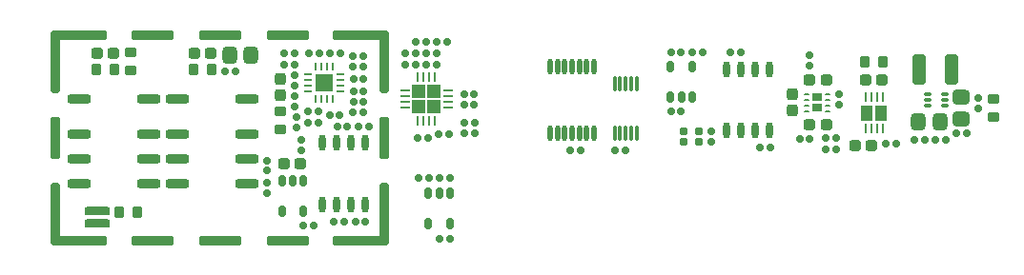
<source format=gtp>
G04*
G04 #@! TF.GenerationSoftware,Altium Limited,Altium Designer,23.10.1 (27)*
G04*
G04 Layer_Color=8421504*
%FSAX25Y25*%
%MOIN*%
G70*
G04*
G04 #@! TF.SameCoordinates,DD09C1F2-BA3A-4F81-A9C7-6BB9A0416EC0*
G04*
G04*
G04 #@! TF.FilePolarity,Positive*
G04*
G01*
G75*
%ADD19R,0.03543X0.02756*%
%ADD20R,0.04528X0.04528*%
%ADD21R,0.04331X0.05512*%
%ADD22R,0.04331X0.05512*%
G04:AMPARAMS|DCode=23|XSize=31.5mil|YSize=81.1mil|CornerRadius=7.87mil|HoleSize=0mil|Usage=FLASHONLY|Rotation=270.000|XOffset=0mil|YOffset=0mil|HoleType=Round|Shape=RoundedRectangle|*
%AMROUNDEDRECTD23*
21,1,0.03150,0.06535,0,0,270.0*
21,1,0.01575,0.08110,0,0,270.0*
1,1,0.01575,-0.03268,-0.00787*
1,1,0.01575,-0.03268,0.00787*
1,1,0.01575,0.03268,0.00787*
1,1,0.01575,0.03268,-0.00787*
%
%ADD23ROUNDEDRECTD23*%
G04:AMPARAMS|DCode=24|XSize=9.84mil|YSize=19.68mil|CornerRadius=2.46mil|HoleSize=0mil|Usage=FLASHONLY|Rotation=90.000|XOffset=0mil|YOffset=0mil|HoleType=Round|Shape=RoundedRectangle|*
%AMROUNDEDRECTD24*
21,1,0.00984,0.01476,0,0,90.0*
21,1,0.00492,0.01968,0,0,90.0*
1,1,0.00492,0.00738,0.00246*
1,1,0.00492,0.00738,-0.00246*
1,1,0.00492,-0.00738,-0.00246*
1,1,0.00492,-0.00738,0.00246*
%
%ADD24ROUNDEDRECTD24*%
%ADD25O,0.00984X0.03347*%
%ADD26O,0.03347X0.00984*%
%ADD27O,0.03150X0.00984*%
%ADD28O,0.00984X0.03150*%
G04:AMPARAMS|DCode=29|XSize=58.27mil|YSize=58.27mil|CornerRadius=0mil|HoleSize=0mil|Usage=FLASHONLY|Rotation=0.000|XOffset=0mil|YOffset=0mil|HoleType=Round|Shape=RoundedRectangle|*
%AMROUNDEDRECTD29*
21,1,0.05827,0.05827,0,0,0.0*
21,1,0.05827,0.05827,0,0,0.0*
1,1,0.00000,0.02913,-0.02913*
1,1,0.00000,-0.02913,-0.02913*
1,1,0.00000,-0.02913,0.02913*
1,1,0.00000,0.02913,0.02913*
%
%ADD29ROUNDEDRECTD29*%
G04:AMPARAMS|DCode=30|XSize=11.81mil|YSize=26.38mil|CornerRadius=2.95mil|HoleSize=0mil|Usage=FLASHONLY|Rotation=270.000|XOffset=0mil|YOffset=0mil|HoleType=Round|Shape=RoundedRectangle|*
%AMROUNDEDRECTD30*
21,1,0.01181,0.02047,0,0,270.0*
21,1,0.00591,0.02638,0,0,270.0*
1,1,0.00591,-0.01024,-0.00295*
1,1,0.00591,-0.01024,0.00295*
1,1,0.00591,0.01024,0.00295*
1,1,0.00591,0.01024,-0.00295*
%
%ADD30ROUNDEDRECTD30*%
%ADD31O,0.02362X0.05709*%
G04:AMPARAMS|DCode=32|XSize=31.5mil|YSize=149.61mil|CornerRadius=7.87mil|HoleSize=0mil|Usage=FLASHONLY|Rotation=180.000|XOffset=0mil|YOffset=0mil|HoleType=Round|Shape=RoundedRectangle|*
%AMROUNDEDRECTD32*
21,1,0.03150,0.13386,0,0,180.0*
21,1,0.01575,0.14961,0,0,180.0*
1,1,0.01575,-0.00787,0.06693*
1,1,0.01575,0.00787,0.06693*
1,1,0.01575,0.00787,-0.06693*
1,1,0.01575,-0.00787,-0.06693*
%
%ADD32ROUNDEDRECTD32*%
G04:AMPARAMS|DCode=33|XSize=31.5mil|YSize=149.61mil|CornerRadius=7.87mil|HoleSize=0mil|Usage=FLASHONLY|Rotation=270.000|XOffset=0mil|YOffset=0mil|HoleType=Round|Shape=RoundedRectangle|*
%AMROUNDEDRECTD33*
21,1,0.03150,0.13386,0,0,270.0*
21,1,0.01575,0.14961,0,0,270.0*
1,1,0.01575,-0.06693,-0.00787*
1,1,0.01575,-0.06693,0.00787*
1,1,0.01575,0.06693,0.00787*
1,1,0.01575,0.06693,-0.00787*
%
%ADD33ROUNDEDRECTD33*%
G04:AMPARAMS|DCode=34|XSize=31.5mil|YSize=218.5mil|CornerRadius=7.87mil|HoleSize=0mil|Usage=FLASHONLY|Rotation=180.000|XOffset=0mil|YOffset=0mil|HoleType=Round|Shape=RoundedRectangle|*
%AMROUNDEDRECTD34*
21,1,0.03150,0.20276,0,0,180.0*
21,1,0.01575,0.21850,0,0,180.0*
1,1,0.01575,-0.00787,0.10138*
1,1,0.01575,0.00787,0.10138*
1,1,0.01575,0.00787,-0.10138*
1,1,0.01575,-0.00787,-0.10138*
%
%ADD34ROUNDEDRECTD34*%
G04:AMPARAMS|DCode=35|XSize=31.5mil|YSize=196.06mil|CornerRadius=7.87mil|HoleSize=0mil|Usage=FLASHONLY|Rotation=270.000|XOffset=0mil|YOffset=0mil|HoleType=Round|Shape=RoundedRectangle|*
%AMROUNDEDRECTD35*
21,1,0.03150,0.18032,0,0,270.0*
21,1,0.01575,0.19606,0,0,270.0*
1,1,0.01575,-0.09016,-0.00787*
1,1,0.01575,-0.09016,0.00787*
1,1,0.01575,0.09016,0.00787*
1,1,0.01575,0.09016,-0.00787*
%
%ADD35ROUNDEDRECTD35*%
%ADD36O,0.01772X0.05512*%
%ADD37O,0.01378X0.05512*%
G04:AMPARAMS|DCode=38|XSize=23.62mil|YSize=39.37mil|CornerRadius=5.91mil|HoleSize=0mil|Usage=FLASHONLY|Rotation=180.000|XOffset=0mil|YOffset=0mil|HoleType=Round|Shape=RoundedRectangle|*
%AMROUNDEDRECTD38*
21,1,0.02362,0.02756,0,0,180.0*
21,1,0.01181,0.03937,0,0,180.0*
1,1,0.01181,-0.00591,0.01378*
1,1,0.01181,0.00591,0.01378*
1,1,0.01181,0.00591,-0.01378*
1,1,0.01181,-0.00591,-0.01378*
%
%ADD38ROUNDEDRECTD38*%
G04:AMPARAMS|DCode=39|XSize=25.2mil|YSize=27.56mil|CornerRadius=6.3mil|HoleSize=0mil|Usage=FLASHONLY|Rotation=90.000|XOffset=0mil|YOffset=0mil|HoleType=Round|Shape=RoundedRectangle|*
%AMROUNDEDRECTD39*
21,1,0.02520,0.01496,0,0,90.0*
21,1,0.01260,0.02756,0,0,90.0*
1,1,0.01260,0.00748,0.00630*
1,1,0.01260,0.00748,-0.00630*
1,1,0.01260,-0.00748,-0.00630*
1,1,0.01260,-0.00748,0.00630*
%
%ADD39ROUNDEDRECTD39*%
G04:AMPARAMS|DCode=40|XSize=88.58mil|YSize=30mil|CornerRadius=7.5mil|HoleSize=0mil|Usage=FLASHONLY|Rotation=180.000|XOffset=0mil|YOffset=0mil|HoleType=Round|Shape=RoundedRectangle|*
%AMROUNDEDRECTD40*
21,1,0.08858,0.01500,0,0,180.0*
21,1,0.07358,0.03000,0,0,180.0*
1,1,0.01500,-0.03679,0.00750*
1,1,0.01500,0.03679,0.00750*
1,1,0.01500,0.03679,-0.00750*
1,1,0.01500,-0.03679,-0.00750*
%
%ADD40ROUNDEDRECTD40*%
G04:AMPARAMS|DCode=41|XSize=23.62mil|YSize=23.62mil|CornerRadius=5.91mil|HoleSize=0mil|Usage=FLASHONLY|Rotation=0.000|XOffset=0mil|YOffset=0mil|HoleType=Round|Shape=RoundedRectangle|*
%AMROUNDEDRECTD41*
21,1,0.02362,0.01181,0,0,0.0*
21,1,0.01181,0.02362,0,0,0.0*
1,1,0.01181,0.00591,-0.00591*
1,1,0.01181,-0.00591,-0.00591*
1,1,0.01181,-0.00591,0.00591*
1,1,0.01181,0.00591,0.00591*
%
%ADD41ROUNDEDRECTD41*%
G04:AMPARAMS|DCode=42|XSize=107.09mil|YSize=48.42mil|CornerRadius=12.11mil|HoleSize=0mil|Usage=FLASHONLY|Rotation=270.000|XOffset=0mil|YOffset=0mil|HoleType=Round|Shape=RoundedRectangle|*
%AMROUNDEDRECTD42*
21,1,0.10709,0.02421,0,0,270.0*
21,1,0.08287,0.04842,0,0,270.0*
1,1,0.02421,-0.01211,-0.04144*
1,1,0.02421,-0.01211,0.04144*
1,1,0.02421,0.01211,0.04144*
1,1,0.02421,0.01211,-0.04144*
%
%ADD42ROUNDEDRECTD42*%
G04:AMPARAMS|DCode=43|XSize=59.06mil|YSize=51.18mil|CornerRadius=12.8mil|HoleSize=0mil|Usage=FLASHONLY|Rotation=270.000|XOffset=0mil|YOffset=0mil|HoleType=Round|Shape=RoundedRectangle|*
%AMROUNDEDRECTD43*
21,1,0.05906,0.02559,0,0,270.0*
21,1,0.03347,0.05118,0,0,270.0*
1,1,0.02559,-0.01280,-0.01673*
1,1,0.02559,-0.01280,0.01673*
1,1,0.02559,0.01280,0.01673*
1,1,0.02559,0.01280,-0.01673*
%
%ADD43ROUNDEDRECTD43*%
G04:AMPARAMS|DCode=44|XSize=9.84mil|YSize=35.43mil|CornerRadius=2.46mil|HoleSize=0mil|Usage=FLASHONLY|Rotation=180.000|XOffset=0mil|YOffset=0mil|HoleType=Round|Shape=RoundedRectangle|*
%AMROUNDEDRECTD44*
21,1,0.00984,0.03051,0,0,180.0*
21,1,0.00492,0.03543,0,0,180.0*
1,1,0.00492,-0.00246,0.01526*
1,1,0.00492,0.00246,0.01526*
1,1,0.00492,0.00246,-0.01526*
1,1,0.00492,-0.00246,-0.01526*
%
%ADD44ROUNDEDRECTD44*%
G04:AMPARAMS|DCode=45|XSize=37.4mil|YSize=41.34mil|CornerRadius=9.35mil|HoleSize=0mil|Usage=FLASHONLY|Rotation=270.000|XOffset=0mil|YOffset=0mil|HoleType=Round|Shape=RoundedRectangle|*
%AMROUNDEDRECTD45*
21,1,0.03740,0.02264,0,0,270.0*
21,1,0.01870,0.04134,0,0,270.0*
1,1,0.01870,-0.01132,-0.00935*
1,1,0.01870,-0.01132,0.00935*
1,1,0.01870,0.01132,0.00935*
1,1,0.01870,0.01132,-0.00935*
%
%ADD45ROUNDEDRECTD45*%
G04:AMPARAMS|DCode=46|XSize=25.2mil|YSize=25.2mil|CornerRadius=6.3mil|HoleSize=0mil|Usage=FLASHONLY|Rotation=180.000|XOffset=0mil|YOffset=0mil|HoleType=Round|Shape=RoundedRectangle|*
%AMROUNDEDRECTD46*
21,1,0.02520,0.01260,0,0,180.0*
21,1,0.01260,0.02520,0,0,180.0*
1,1,0.01260,-0.00630,0.00630*
1,1,0.01260,0.00630,0.00630*
1,1,0.01260,0.00630,-0.00630*
1,1,0.01260,-0.00630,-0.00630*
%
%ADD46ROUNDEDRECTD46*%
G04:AMPARAMS|DCode=47|XSize=25.2mil|YSize=25.2mil|CornerRadius=6.3mil|HoleSize=0mil|Usage=FLASHONLY|Rotation=270.000|XOffset=0mil|YOffset=0mil|HoleType=Round|Shape=RoundedRectangle|*
%AMROUNDEDRECTD47*
21,1,0.02520,0.01260,0,0,270.0*
21,1,0.01260,0.02520,0,0,270.0*
1,1,0.01260,-0.00630,-0.00630*
1,1,0.01260,-0.00630,0.00630*
1,1,0.01260,0.00630,0.00630*
1,1,0.01260,0.00630,-0.00630*
%
%ADD47ROUNDEDRECTD47*%
G04:AMPARAMS|DCode=48|XSize=37.4mil|YSize=41.34mil|CornerRadius=9.35mil|HoleSize=0mil|Usage=FLASHONLY|Rotation=0.000|XOffset=0mil|YOffset=0mil|HoleType=Round|Shape=RoundedRectangle|*
%AMROUNDEDRECTD48*
21,1,0.03740,0.02264,0,0,0.0*
21,1,0.01870,0.04134,0,0,0.0*
1,1,0.01870,0.00935,-0.01132*
1,1,0.01870,-0.00935,-0.01132*
1,1,0.01870,-0.00935,0.01132*
1,1,0.01870,0.00935,0.01132*
%
%ADD48ROUNDEDRECTD48*%
G04:AMPARAMS|DCode=49|XSize=39.37mil|YSize=35.43mil|CornerRadius=8.86mil|HoleSize=0mil|Usage=FLASHONLY|Rotation=270.000|XOffset=0mil|YOffset=0mil|HoleType=Round|Shape=RoundedRectangle|*
%AMROUNDEDRECTD49*
21,1,0.03937,0.01772,0,0,270.0*
21,1,0.02165,0.03543,0,0,270.0*
1,1,0.01772,-0.00886,-0.01083*
1,1,0.01772,-0.00886,0.01083*
1,1,0.01772,0.00886,0.01083*
1,1,0.01772,0.00886,-0.01083*
%
%ADD49ROUNDEDRECTD49*%
G04:AMPARAMS|DCode=50|XSize=23.62mil|YSize=23.62mil|CornerRadius=5.91mil|HoleSize=0mil|Usage=FLASHONLY|Rotation=270.000|XOffset=0mil|YOffset=0mil|HoleType=Round|Shape=RoundedRectangle|*
%AMROUNDEDRECTD50*
21,1,0.02362,0.01181,0,0,270.0*
21,1,0.01181,0.02362,0,0,270.0*
1,1,0.01181,-0.00591,-0.00591*
1,1,0.01181,-0.00591,0.00591*
1,1,0.01181,0.00591,0.00591*
1,1,0.01181,0.00591,-0.00591*
%
%ADD50ROUNDEDRECTD50*%
G04:AMPARAMS|DCode=51|XSize=59.06mil|YSize=51.18mil|CornerRadius=12.8mil|HoleSize=0mil|Usage=FLASHONLY|Rotation=180.000|XOffset=0mil|YOffset=0mil|HoleType=Round|Shape=RoundedRectangle|*
%AMROUNDEDRECTD51*
21,1,0.05906,0.02559,0,0,180.0*
21,1,0.03347,0.05118,0,0,180.0*
1,1,0.02559,-0.01673,0.01280*
1,1,0.02559,0.01673,0.01280*
1,1,0.02559,0.01673,-0.01280*
1,1,0.02559,-0.01673,-0.01280*
%
%ADD51ROUNDEDRECTD51*%
G04:AMPARAMS|DCode=52|XSize=39.37mil|YSize=35.43mil|CornerRadius=8.86mil|HoleSize=0mil|Usage=FLASHONLY|Rotation=0.000|XOffset=0mil|YOffset=0mil|HoleType=Round|Shape=RoundedRectangle|*
%AMROUNDEDRECTD52*
21,1,0.03937,0.01772,0,0,0.0*
21,1,0.02165,0.03543,0,0,0.0*
1,1,0.01772,0.01083,-0.00886*
1,1,0.01772,-0.01083,-0.00886*
1,1,0.01772,-0.01083,0.00886*
1,1,0.01772,0.01083,0.00886*
%
%ADD52ROUNDEDRECTD52*%
D19*
X0322994Y0057581D02*
D03*
Y0054037D02*
D03*
D20*
X0183859Y0054331D02*
D03*
Y0059646D02*
D03*
X0189173D02*
D03*
Y0054331D02*
D03*
D21*
X0345571Y0052165D02*
D03*
D22*
X0340453Y0052165D02*
D03*
D23*
X0089331Y0044587D02*
D03*
X0065158D02*
D03*
Y0057185D02*
D03*
X0089331D02*
D03*
X0065158Y0035925D02*
D03*
X0089331D02*
D03*
Y0027264D02*
D03*
X0065158D02*
D03*
X0099429Y0027264D02*
D03*
X0123602D02*
D03*
Y0035925D02*
D03*
X0099429D02*
D03*
X0123602Y0057185D02*
D03*
X0099429D02*
D03*
Y0044587D02*
D03*
X0123602D02*
D03*
D24*
X0326734Y0052856D02*
D03*
Y0054825D02*
D03*
Y0056793D02*
D03*
Y0058762D02*
D03*
X0319254Y0052856D02*
D03*
Y0054825D02*
D03*
Y0056793D02*
D03*
Y0058762D02*
D03*
D25*
X0185531Y0064567D02*
D03*
X0183563D02*
D03*
X0189469Y0049409D02*
D03*
X0187500D02*
D03*
X0185531D02*
D03*
X0183563D02*
D03*
X0187500Y0064567D02*
D03*
X0189469D02*
D03*
D26*
X0194095Y0059941D02*
D03*
Y0057972D02*
D03*
Y0056004D02*
D03*
Y0054035D02*
D03*
X0178937D02*
D03*
Y0056004D02*
D03*
Y0057972D02*
D03*
Y0059941D02*
D03*
D27*
X0156398Y0059842D02*
D03*
X0144980Y0061811D02*
D03*
X0156398Y0063779D02*
D03*
X0144980Y0059842D02*
D03*
Y0063779D02*
D03*
X0156398Y0065748D02*
D03*
Y0061811D02*
D03*
X0144980Y0065748D02*
D03*
D28*
X0153642Y0068504D02*
D03*
X0147736D02*
D03*
X0151673D02*
D03*
Y0057087D02*
D03*
X0149705Y0068504D02*
D03*
X0153642Y0057087D02*
D03*
X0149705D02*
D03*
X0147736D02*
D03*
D29*
X0150689Y0062795D02*
D03*
D30*
X0367579Y0054823D02*
D03*
Y0056791D02*
D03*
Y0058760D02*
D03*
X0361752D02*
D03*
Y0056791D02*
D03*
Y0054823D02*
D03*
D31*
X0164980Y0020177D02*
D03*
X0154980Y0041634D02*
D03*
X0159980D02*
D03*
X0154980Y0020177D02*
D03*
X0159980D02*
D03*
X0149980D02*
D03*
Y0041634D02*
D03*
X0164980D02*
D03*
X0306536Y0067421D02*
D03*
X0301536D02*
D03*
X0296535D02*
D03*
X0291535D02*
D03*
X0306536Y0045965D02*
D03*
X0301536D02*
D03*
X0296535D02*
D03*
X0291535D02*
D03*
D32*
X0056890Y0043504D02*
D03*
X0171693D02*
D03*
D33*
X0090669Y0079528D02*
D03*
X0137913D02*
D03*
X0114291D02*
D03*
X0090680Y0007501D02*
D03*
X0137924D02*
D03*
X0114302D02*
D03*
D34*
X0171693Y0070176D02*
D03*
X0056890D02*
D03*
X0056900Y0016853D02*
D03*
X0171703D02*
D03*
D35*
X0163466Y0079528D02*
D03*
X0065119D02*
D03*
X0065127Y0007501D02*
D03*
X0163474D02*
D03*
D36*
X0239961Y0045079D02*
D03*
X0245079Y0068307D02*
D03*
X0242520D02*
D03*
X0239961D02*
D03*
X0237402D02*
D03*
X0234842D02*
D03*
X0232283D02*
D03*
X0229724D02*
D03*
X0245079Y0045079D02*
D03*
X0242520D02*
D03*
X0237402D02*
D03*
X0234842D02*
D03*
X0232283D02*
D03*
X0229724D02*
D03*
D37*
X0252264Y0045079D02*
D03*
X0260138Y0062402D02*
D03*
X0258169D02*
D03*
X0256201D02*
D03*
X0254232D02*
D03*
X0252264D02*
D03*
X0260138Y0045079D02*
D03*
X0258169D02*
D03*
X0256201D02*
D03*
X0254232D02*
D03*
D38*
X0271850Y0057776D02*
D03*
X0275590D02*
D03*
X0279331D02*
D03*
Y0068405D02*
D03*
X0271850D02*
D03*
X0194685Y0024016D02*
D03*
X0190945D02*
D03*
X0187205D02*
D03*
Y0013386D02*
D03*
X0194685D02*
D03*
X0143504Y0028445D02*
D03*
X0139764D02*
D03*
X0136024D02*
D03*
Y0017815D02*
D03*
X0143504D02*
D03*
D39*
X0281890Y0045650D02*
D03*
X0276378D02*
D03*
Y0041949D02*
D03*
X0281890D02*
D03*
D40*
X0071260Y0017815D02*
D03*
Y0013287D02*
D03*
D41*
X0199606Y0045079D02*
D03*
Y0048622D02*
D03*
X0320571Y0072244D02*
D03*
Y0068701D02*
D03*
X0379528Y0053740D02*
D03*
Y0057284D02*
D03*
X0140354Y0061713D02*
D03*
Y0065256D02*
D03*
X0130807Y0031890D02*
D03*
Y0035433D02*
D03*
X0141240Y0047047D02*
D03*
Y0050591D02*
D03*
X0142618Y0042717D02*
D03*
Y0039173D02*
D03*
X0203543Y0045079D02*
D03*
Y0048622D02*
D03*
D42*
X0370118Y0067421D02*
D03*
X0358819D02*
D03*
D43*
X0125099Y0072342D02*
D03*
X0117618D02*
D03*
X0358563Y0048917D02*
D03*
X0366043D02*
D03*
D44*
X0345965Y0057657D02*
D03*
X0343996D02*
D03*
X0342028D02*
D03*
X0340059D02*
D03*
X0345965Y0046673D02*
D03*
X0343996D02*
D03*
X0342028D02*
D03*
X0340059D02*
D03*
D45*
X0320534Y0047935D02*
D03*
X0326242D02*
D03*
X0340039Y0063779D02*
D03*
X0345748D02*
D03*
X0342027Y0040551D02*
D03*
X0336319D02*
D03*
X0320534Y0063683D02*
D03*
X0326242D02*
D03*
X0136713Y0034350D02*
D03*
X0142421D02*
D03*
X0071457Y0073130D02*
D03*
X0077165D02*
D03*
X0111221Y0073130D02*
D03*
X0105512D02*
D03*
D46*
X0330610Y0055079D02*
D03*
Y0058701D02*
D03*
X0286024Y0045610D02*
D03*
Y0041988D02*
D03*
X0140354Y0058012D02*
D03*
Y0054390D02*
D03*
X0130905Y0023976D02*
D03*
Y0027598D02*
D03*
D47*
X0350630Y0041535D02*
D03*
X0347008D02*
D03*
X0252323Y0039173D02*
D03*
X0255945D02*
D03*
X0292894Y0073425D02*
D03*
X0296516D02*
D03*
X0303032Y0040059D02*
D03*
X0306654D02*
D03*
X0194331Y0044783D02*
D03*
X0190709D02*
D03*
X0186476Y0073130D02*
D03*
X0190098D02*
D03*
X0186476Y0069193D02*
D03*
X0190098D02*
D03*
X0182618D02*
D03*
X0178996D02*
D03*
X0236870Y0039173D02*
D03*
X0240492D02*
D03*
X0191102Y0029528D02*
D03*
X0194724D02*
D03*
X0191102Y0007874D02*
D03*
X0194724D02*
D03*
X0147087Y0012795D02*
D03*
X0143465D02*
D03*
X0164508Y0052461D02*
D03*
X0160886D02*
D03*
X0166378Y0047441D02*
D03*
X0162756D02*
D03*
X0155276D02*
D03*
X0158898D02*
D03*
X0140295Y0073130D02*
D03*
X0136673D02*
D03*
X0164508Y0072146D02*
D03*
X0160886D02*
D03*
X0140295Y0069193D02*
D03*
X0136673D02*
D03*
X0149055Y0073130D02*
D03*
X0145433D02*
D03*
X0152618Y0051378D02*
D03*
X0156240D02*
D03*
X0148661Y0052658D02*
D03*
X0145039D02*
D03*
X0145039Y0048720D02*
D03*
X0148661D02*
D03*
X0161575Y0013976D02*
D03*
X0165197D02*
D03*
X0178996Y0073130D02*
D03*
X0182618D02*
D03*
X0164508Y0068209D02*
D03*
X0160886D02*
D03*
X0279390Y0073425D02*
D03*
X0283012D02*
D03*
X0271909Y0073425D02*
D03*
X0275532D02*
D03*
X0275532Y0052756D02*
D03*
X0271909D02*
D03*
X0193740Y0077067D02*
D03*
X0190118D02*
D03*
D48*
X0314530Y0052955D02*
D03*
Y0058663D02*
D03*
X0135335Y0064173D02*
D03*
Y0058465D02*
D03*
D49*
X0346083Y0070177D02*
D03*
X0339784D02*
D03*
X0071161Y0067224D02*
D03*
X0077461D02*
D03*
X0105217Y0067224D02*
D03*
X0111516D02*
D03*
X0085532Y0017224D02*
D03*
X0079232D02*
D03*
D50*
X0317028Y0043110D02*
D03*
X0320571D02*
D03*
X0360630Y0042717D02*
D03*
X0357087D02*
D03*
X0329687Y0039471D02*
D03*
X0326144D02*
D03*
X0364370Y0042717D02*
D03*
X0367913D02*
D03*
X0326144Y0043211D02*
D03*
X0329687D02*
D03*
X0203150Y0055118D02*
D03*
X0199606D02*
D03*
X0203150Y0058661D02*
D03*
X0199606D02*
D03*
X0186909Y0043504D02*
D03*
X0183366D02*
D03*
X0371752Y0044882D02*
D03*
X0375295D02*
D03*
X0183760Y0029528D02*
D03*
X0187303D02*
D03*
X0119685Y0066732D02*
D03*
X0116142D02*
D03*
X0161024Y0059842D02*
D03*
X0164567D02*
D03*
X0164469Y0056201D02*
D03*
X0160925D02*
D03*
X0152854Y0073130D02*
D03*
X0156398D02*
D03*
X0154232Y0013976D02*
D03*
X0157776D02*
D03*
X0164567Y0064075D02*
D03*
X0161024D02*
D03*
X0186319Y0076968D02*
D03*
X0182776D02*
D03*
D51*
X0373425Y0057579D02*
D03*
Y0050098D02*
D03*
D52*
X0384843Y0050689D02*
D03*
Y0056988D02*
D03*
X0135335Y0052658D02*
D03*
Y0046358D02*
D03*
X0083150Y0067028D02*
D03*
Y0073327D02*
D03*
M02*

</source>
